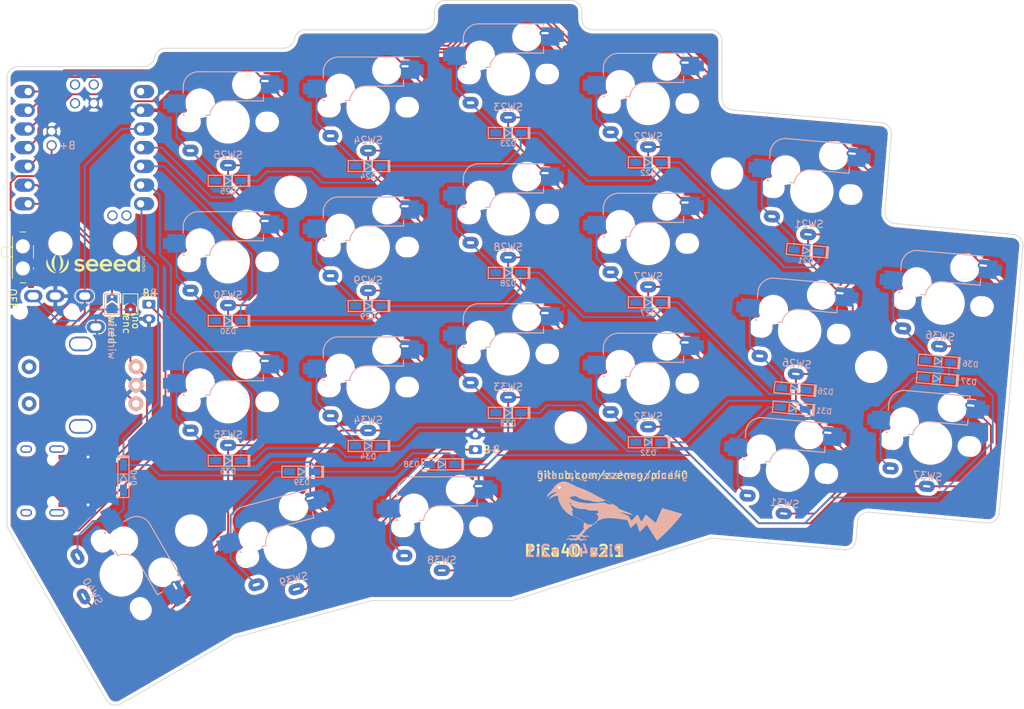
<source format=kicad_pcb>
(kicad_pcb (version 20211014) (generator pcbnew)
  (layers (0 "F.Cu" signal) (31 "B.Cu" signal) (34 "B.Paste" user) (35 "F.Paste" user) (36 "B.SilkS" user "B.Silkscreen") (37 "F.SilkS" user "F.Silkscreen") (38 "B.Mask" user) (39 "F.Mask" user) (44 "Edge.Cuts" user))
  (net 0 "")
  (net 1 "BATT_r")
  (net 2 "GNDA")
  (net 3 "RAW_r")
  (net 4 "row0_r")
  (net 5 "row1_r")
  (net 6 "row2_r")
  (net 7 "row3_r")
  (net 8 "ENCA_r")
  (net 9 "DATA_r")
  (net 10 "ENCB_r")
  (net 12 "Net-(D21-Pad2)")
  (net 13 "col0_r")
  (net 14 "col1_r")
  (net 15 "col2_r")
  (net 16 "col3_r")
  (net 17 "col4_r")
  (net 18 "VDD")
  (net 19 "Net-(D22-Pad2)")
  (net 20 "Net-(D23-Pad2)")
  (net 21 "Net-(D24-Pad2)")
  (net 22 "Net-(D25-Pad2)")
  (net 23 "Net-(D26-Pad2)")
  (net 24 "Net-(D27-Pad2)")
  (net 25 "Net-(D28-Pad2)")
  (net 26 "Net-(D29-Pad2)")
  (net 27 "Net-(D30-Pad2)")
  (net 28 "Net-(D31-Pad2)")
  (net 29 "Net-(D32-Pad2)")
  (net 30 "Net-(D33-Pad2)")
  (net 31 "Net-(D34-Pad2)")
  (net 32 "Net-(D35-Pad2)")
  (net 33 "Net-(D36-Pad2)")
  (net 34 "Net-(D37-Pad2)")
  (net 35 "Net-(D38-Pad2)")
  (net 36 "Net-(D39-Pad2)")
  (net 37 "Net-(D40-Pad2)")
  (net 38 "Net-(JP5-Pad2)")
  (footprint "pica:CherryMX_Hotswap_ChocV2" (layer "F.Cu") (at 196.45 73.9 -5)
    (fp_text reference "SW21")
    (fp_text value "SW_PUSH" hide)
  )
  (footprint "pica:CherryMX_Hotswap_ChocV2" (layer "F.Cu") (at 194.8 92.85 -5)
    (fp_text reference "SW26")
    (fp_text value "SW_PUSH" hide)
  )
  (footprint "pica:CherryMX_Hotswap_ChocV2" (layer "F.Cu") (at 212.55 108.1 -5)
    (fp_text reference "SW37")
    (fp_text value "SW_PUSH" hide)
  )
  (footprint "pica:CherryMX_Hotswap_ChocV2" (layer "F.Cu") (at 117.25 102.5)
    (fp_text reference "SW35")
    (fp_text value "SW_PUSH" hide)
  )
  (footprint "pica:CherryMX_Hotswap_ChocV2" (layer "F.Cu") (at 174.25 62)
    (fp_text reference "SW22")
    (fp_text value "SW_PUSH" hide)
  )
  (footprint "pica:CherryMX_Hotswap_ChocV2" (layer "F.Cu") (at 136.25 62.5)
    (fp_text reference "SW24")
    (fp_text value "SW_PUSH" hide)
  )
  (footprint "pica:CherryMX_Hotswap_ChocV2" (layer "F.Cu") (at 174.25 81)
    (fp_text reference "SW27")
    (fp_text value "SW_PUSH" hide)
  )
  (footprint "pica:JST_PH_S2B-PH-K_1x02_P2.00mm" (layer "F.Cu") (at 150.8 109 90)
    (fp_text reference "BATTCONN4" hide)
    (fp_text value "Conn_01x02_Female" hide)
  )
  (footprint "pica:CherryMX_Hotswap_ChocV2" (layer "F.Cu") (at 117.25 64.5)
    (fp_text reference "SW25")
    (fp_text value "SW_PUSH" hide)
  )
  (footprint "pica:xiao-ble-tht" (layer "F.Cu") (at 97.75 68)
    (fp_text reference "U2" hide)
    (fp_text value "xiao-ble" hide)
  )
  (footprint "Button_Switch_SMD:SW_SPDT_PCM12" (layer "F.Cu") (at 89.725 82.9 -90)
    (fp_text reference "BATTSW2" hide)
    (fp_text value "SW_SPDT" hide)
  )
  (footprint "pica:seeed-logo" (layer "F.Cu") (at 99.25 83.75)
    (fp_text reference "G***" hide)
    (fp_text value "LOGO" hide)
  )
  (footprint "Jumper:SolderJumper-2_P1.3mm_Open_TrianglePad1.0x1.5mm" (layer "F.Cu") (at 104 89.25 90)
    (fp_text reference "JP4" hide)
    (fp_text value "SolderJumper_2_Open" hide)
  )
  (footprint "pica:CherryMX_Hotswap_ChocV2" (layer "F.Cu") (at 146.25 119.5)
    (fp_text reference "SW38")
    (fp_text value "SW_PUSH" hide)
  )
  (footprint "pica:RotaryEncoder_EC11" (layer "F.Cu") (at 97.25 100.25 180)
    (fp_text reference "RE2")
    (fp_text value "RotaryEncoder_Switch" hide)
  )
  (footprint "pica:CherryMX_Hotswap_ChocV2" (layer "F.Cu") (at 155.25 96)
    (fp_text reference "SW33")
    (fp_text value "SW_PUSH" hide)
  )
  (footprint "pica:CherryMX_Hotswap_ChocV2" (layer "F.Cu") (at 136.25 100.5)
    (fp_text reference "SW34")
    (fp_text value "SW_PUSH" hide)
  )
  (footprint "pica:JST_PH_S2B-PH-K_1x02_P2.00mm" (layer "F.Cu") (at 106.5 89.25 -90)
    (fp_text reference "BATTCONN3" hide)
    (fp_text value "Conn_01x02_Female" hide)
  )
  (footprint "pica:HRO-TYPE-C-31-M-12-data" (layer "F.Cu") (at 87.25 113.25 -90)
    (fp_text reference "USB2" hide)
    (fp_text value "HRO-TYPE-C-31-M-12" hide)
  )
  (footprint "pica:CherryMX_Hotswap_ChocV2" (layer "F.Cu") (at 155.25 58)
    (fp_text reference "SW23")
    (fp_text value "SW_PUSH" hide)
  )
  (footprint "pica:MJ-4PP-9_1side" (layer "F.Cu") (at 87.5 90.25 90)
    (fp_text reference "J2")
    (fp_text value "MJ-4PP-9" hide)
  )
  (footprint "pica:logo" (layer "F.Cu") (at 168.5 117.345174)
    (fp_text reference "G***" hide)
    (fp_text value "LOGO" hide)
  )
  (footprint "pica:CherryMX_Hotswap_ChocV2" (layer "F.Cu") (at 125 122.25 15)
    (fp_text reference "SW39")
    (fp_text value "SW_PUSH" hide)
  )
  (footprint "pica:CherryMX_Hotswap_ChocV2" (layer "F.Cu") (at 136.25 81.5)
    (fp_text reference "SW29")
    (fp_text value "SW_PUSH" hide)
  )
  (footprint "pica:CherryMX_Hotswap_ChocV2" (layer "F.Cu") (at 117.25 83.5)
    (fp_text reference "SW30")
    (fp_text value "SW_PUSH" hide)
  )
  (footprint "Jumper:SolderJumper-2_P1.3mm_Open_TrianglePad1.0x1.5mm" (layer "F.Cu") (at 101.5 89.25 90)
    (fp_text reference "JP6" hide)
    (fp_text value "SolderJumper_2_Open" hide)
  )
  (footprint "pica:CherryMX_Hotswap_ChocV2" (layer "F.Cu") (at 174.25 100)
    (fp_text reference "SW32")
    (fp_text value "SW_PUSH" hide)
  )
  (footprint "pica:CherryMX_Hotswap_ChocV2" (layer "F.Cu") (at 214.25 89.1 -5)
    (fp_text reference "SW36")
    (fp_text value "SW_PUSH" hide)
  )
  (footprint "pica:CherryMX_Hotswap_ChocV2_1.5" (layer "F.Cu") (at 102.75 126 -60)
    (fp_text reference "SW40")
    (fp_text value "SW_PUSH" hide)
  )
  (footprint "pica:CherryMX_Hotswap_ChocV2" (layer "F.Cu") (at 193.15 111.8 -5)
    (fp_text reference "SW31")
    (fp_text value "SW_PUSH" hide)
  )
  (footprint "pica:CherryMX_Hotswap_ChocV2" (layer "F.Cu") (at 155.25 77)
    (fp_text reference "SW28")
    (fp_text value "SW_PUSH" hide)
  )
  (footprint "pica:D3_SMD" (layer "B.Cu") (at 117.25 91.5 180)
    (fp_text reference "D30")
    (fp_text value "D_Small" hide)
  )
  (footprint "pica:D3_SMD" (layer "B.Cu") (at 146.25 111 180)
    (fp_text reference "D38")
    (fp_text value "D_Small" hide)
  )
  (footprint "pica:spacer_m2_3.4" (layer "B.Cu") (at 112.25 120 180)
    (fp_text reference "H9" hide)
    (fp_text value "MountingHole" hide)
  )
  (footprint "pica:D3_SMD" (layer "B.Cu") (at 155.25 104 180)
    (fp_text reference "D33")
    (fp_text value "D_Small" hide)
  )
  (footprint "pica:D3_SMD" (layer "B.Cu") (at 213.595243 97 175)
    (fp_text reference "D36")
    (fp_text value "D_Small" hide)
  )
  (footprint "pica:D3_SMD" (layer "B.Cu") (at 174.25 108 180)
    (fp_text reference "D32")
    (fp_text value "D_Small" hide)
  )
  (footprint "pica:D3_SMD" (layer "B.Cu") (at 155.25 66 180)
    (fp_text reference "D23")
    (fp_text value "D_Small" hide)
  )
  (footprint "pica:D3_SMD" (layer "B.Cu") (at 136.25 108.5 180)
    (fp_text reference "D34")
    (fp_text value "D_Small" hide)
  )
  (footprint "pica:D3_SMD" (layer "B.Cu") (at 193.85 103.390487 175)
    (fp_text reference "D31")
    (fp_text value "D_Small" hide)
  )
  (footprint "pica:D3_SMD" (layer "B.Cu") (at 136.25 89.5 180)
    (fp_text reference "D29")
    (fp_text value "D_Small" hide)
  )
  (footprint "pica:D3_SMD" (layer "B.Cu") (at 194.067891 100.75 175)
    (fp_text reference "D26")
    (fp_text value "D_Small" hide)
  )
  (footprint "pica:D3_SMD" (layer "B.Cu") (at 213.377354 99.381399 175)
    (fp_text reference "D37")
    (fp_text value "D_Small" hide)
  )
  (footprint "pica:D3_SMD" (layer "B.Cu") (at 117.25 72.5 180)
    (fp_text reference "D25")
    (fp_text value "D_Small" hide)
  )
  (footprint "pica:D3_SMD" (layer "B.Cu") (at 174.25 70 180)
    (fp_text reference "D22")
    (fp_text value "D_Small" hide)
  )
  (footprint "pica:D3_SMD" (layer "B.Cu") (at 155.25 85 180)
    (fp_text reference "D28")
    (fp_text value "D_Small" hide)
  )
  (footprint "pica:D3_SMD" (layer "B.Cu") (at 195.72385 81.972301 175)
    (fp_text reference "D21")
    (fp_text value "D_Small" hide)
  )
  (footprint "pica:spacer_m2_3.4" (layer "B.Cu") (at 184.95 71.5 175)
    (fp_text reference "H8" hide)
    (fp_text value "MountingHole" hide)
  )
  (footprint "pica:D3_SMD" (layer "B.Cu") (at 136.25 70.5 180)
    (fp_text reference "D24")
    (fp_text value "D_Small" hide)
  )
  (footprint "pica:spacer_m2_3.4" (layer "B.Cu") (at 125.75 74 -165)
    (fp_text reference "H12" hide)
    (fp_text value "MountingHole" hide)
  )
  (footprint "kbd:thread_m2" (layer "B.Cu") (at 94.5 81 180)
    (fp_text reference "H14" hide)
    (fp_text value "MountingHole" hide)
  )
  (footprint "kbd:thread_m2" (layer "B.Cu") (at 103.25 81 180)
    (fp_text reference "H13" hide)
    (fp_text value "MountingHole" hide)
  )
  (footprint "pica:D3_SMD" (layer "B.Cu") (at 127.25 112 180)
    (fp_text reference "D39")
    (fp_text value "D_Small" hide)
  )
  (footprint "pica:logo_mirror" (layer "B.Cu") (at 168.5 117.345174 180)
    (fp_text reference "G***" hide)
    (fp_text value "LOGO" hide)
  )
  (footprint "Jumper:SolderJumper-2_P1.3mm_Open_TrianglePad1.0x1.5mm" (layer "B.Cu") (at 101.5 89.25 90)
    (fp_text reference "JP5" hide)
    (fp_text value "SolderJumper_2_Open" hide)
  )
  (footprint "pica:D3_SMD" (layer "B.Cu") (at 103.05 112.8 -90)
    (fp_text reference "D40")
    (fp_text value "D_Small" hide)
  )
  (footprint "pica:D3_SMD" (layer "B.Cu") (at 174.25 89 180)
    (fp_text reference "D27")
    (fp_text value "D_Small" hide)
  )
  (footprint "pica:spacer_m2_3.4" (layer "B.Cu") (at 204.5 97.75 175)
    (fp_text reference "H10" hide)
    (fp_text value "MountingHole" hide)
  )
  (footprint "pica:D3_SMD" (layer "B.Cu") (at 117.25 110.5 180)
    (fp_text reference "D35")
    (fp_text value "D_Small" hide)
  )
  (footprint "pica:spacer_m2_3.4" (layer "B.Cu") (at 163.75 106 180)
    (fp_text reference "H11" hide)
    (fp_text value "MountingHole" hide)
  )
  (gr_line (start 202.45 121.3) (end 202.624974 118.863557) (layer "Edge.Cuts") (width 0.1))
  (gr_arc (start 223.731667 79.774974) (mid 224.749993 80.305093) (end 225.095225 81.4) (layer "Edge.Cuts") (width 0.1))
  (gr_line (start 108.75 54.5) (end 124.75 54.5) (layer "Edge.Cuts") (width 0.1))
  (gr_arc (start 221.875022 117.581632) (mid 221.344898 118.599946) (end 220.25 118.945189) (layer "Edge.Cuts") (width 0.1))
  (gr_arc (start 145.25 49.5) (mid 145.68934 48.43934) (end 146.75 48) (layer "Edge.Cuts") (width 0.1))
  (gr_arc (start 202.45 121.3) (mid 201.992637 122.211302) (end 201.05 122.6) (layer "Edge.Cuts") (width 0.1))
  (gr_line (start 136.75 129.5) (end 155.75 129.5) (layer "Edge.Cuts") (width 0.1))
  (gr_arc (start 102.75 143.5) (mid 101.611771 143.649854) (end 100.700962 142.950962) (layer "Edge.Cuts") (width 0.1))
  (gr_line (start 166.75 52) (end 182.75 52) (layer "Edge.Cuts") (width 0.1))
  (gr_line (start 118.25 134.5) (end 102.75 143.5) (layer "Edge.Cuts") (width 0.1))
  (gr_line (start 165.25 50.5) (end 165.25 49.5) (layer "Edge.Cuts") (width 0.1))
  (gr_line (start 221.875022 117.581632) (end 225.095225 81.4) (layer "Edge.Cuts") (width 0.1))
  (gr_line (start 223.731667 79.774974) (end 207.743146 78.299377) (layer "Edge.Cuts") (width 0.1))
  (gr_line (start 204.25 117.5) (end 220.25 118.945189) (layer "Edge.Cuts") (width 0.1))
  (gr_arc (start 126.25 53.25) (mid 126.773719 52.353463) (end 127.75 52) (layer "Edge.Cuts") (width 0.1))
  (gr_arc (start 185.824203 62.900232) (mid 184.706634 62.390358) (end 184.25 61.25) (layer "Edge.Cuts") (width 0.1))
  (gr_arc (start 207.743146 78.299377) (mid 206.724801 77.769277) (end 206.379588 76.674352) (layer "Edge.Cuts") (width 0.1))
  (gr_arc (start 87.25 58.5) (mid 87.68934 57.43934) (end 88.75 57) (layer "Edge.Cuts") (width 0.1))
  (gr_arc (start 163.75 48) (mid 164.81066 48.43934) (end 165.25 49.5) (layer "Edge.Cuts") (width 0.1))
  (gr_line (start 87.25 58.5) (end 87.25 119.5) (layer "Edge.Cuts") (width 0.1))
  (gr_arc (start 166.75 52) (mid 165.68934 51.56066) (end 165.25 50.5) (layer "Edge.Cuts") (width 0.1))
  (gr_arc (start 202.624974 118.863557) (mid 203.155081 117.84522) (end 204.25 117.5) (layer "Edge.Cuts") (width 0.1))
  (gr_line (start 105.75 57) (end 88.75 57) (layer "Edge.Cuts") (width 0.1))
  (gr_line (start 163.75 48) (end 146.75 48) (layer "Edge.Cuts") (width 0.1))
  (gr_line (start 118.25 134.5) (end 136.75 129.5) (layer "Edge.Cuts") (width 0.1))
  (gr_line (start 206.379588 76.674352) (end 207.25 66.224794) (layer "Edge.Cuts") (width 0.1))
  (gr_line (start 184.25 61.25) (end 184.25 53.5) (layer "Edge.Cuts") (width 0.1))
  (gr_line (start 155.75 129.5) (end 182.75 121) (layer "Edge.Cuts") (width 0.1))
  (gr_line (start 205.886442 64.599769) (end 185.824203 62.900232) (layer "Edge.Cuts") (width 0.1))
  (gr_arc (start 182.75 52) (mid 183.81066 52.43934) (end 184.25 53.5) (layer "Edge.Cuts") (width 0.1))
  (gr_line (start 145.25 49.5) (end 145.25 50.5) (layer "Edge.Cuts") (width 0.1))
  (gr_line (start 127.75 52) (end 143.75 52) (layer "Edge.Cuts") (width 0.1))
  (gr_arc (start 107.25 55.75) (mid 107.773719 54.853463) (end 108.75 54.5) (layer "Edge.Cuts") (width 0.1))
  (gr_arc (start 107.25 55.75) (mid 106.726281 56.646537) (end 105.75 57) (layer "Edge.Cuts") (width 0.1))
  (gr_line (start 87.25 119.5) (end 100.700962 142.950962) (layer "Edge.Cuts") (width 0.1))
  (gr_arc (start 126.25 53.25) (mid 125.726281 54.146537) (end 124.75 54.5) (layer "Edge.Cuts") (width 0.1))
  (gr_arc (start 205.886442 64.599769) (mid 206.904729 65.129918) (end 207.25 66.224794) (layer "Edge.Cuts") (width 0.1))
  (gr_arc (start 145.25 50.5) (mid 144.81066 51.56066) (end 143.75 52) (layer "Edge.Cuts") (width 0.1))
  (gr_line (start 182.75 121) (end 201.05 122.6) (layer "Edge.Cuts") (width 0.1))
  (gr_text "B+" (at 106.5 87.75) (layer "B.SilkS") (effects (font (size 1 1)) (justify mirror)))
  (gr_text "wireless" (at 101.5 93.75 270) (layer "B.SilkS") (effects (font (size 1 1)) (justify mirror)))
  (gr_text "Pica40 v2.1" (at 164.25 122.75) (layer "B.SilkS") (effects (font (size 1.5 1.5) (thickness 0.3)) (justify mirror)))
  (gr_text "github.com/zzeneg/pica40" (at 169.383844 112.45) (layer "B.SilkS") (effects (font (size 1 1)) (justify mirror)))
  (gr_text "B+" (at 153 109) (layer "B.SilkS") (effects (font (size 1 1)) (justify mirror)))
  (gr_text "B+" (at 106.75 87.75) (layer "F.SilkS") (effects (font (size 1 1))))
  (gr_text "no" (at 104.75 91.75 270) (layer "F.SilkS") (effects (font (size 1 1))))
  (gr_text "wired" (at 101.5 92.75 -90) (layer "F.SilkS") (effects (font (size 1 1))))
  (gr_text "Pica40 v2.1" (at 164.25 122.75) (layer "F.SilkS") (effects (font (size 1.5 1.5) (thickness 0.3))))
  (gr_text "OFF" (at 88 88.5 270) (layer "F.SilkS") (effects (font (size 1 1))))
  (gr_text "enc" (at 103.5 92 270) (layer "F.SilkS") (effects (font (size 1 1))))
  (gr_text "B+" (at 153 109) (layer "F.SilkS") (effects (font (size 1 1))))
  (gr_text "github.com/zzeneg/pica40" (at 169.383844 112.45) (layer "F.SilkS") (effects (font (size 1 1))))
  (segment (start 93.5 120) (end 97 120) (width 0.25) (layer "F.Cu") (net 1))
  (segment (start 95.75 89) (end 91.75 93) (width 0.25) (layer "F.Cu") (net 1))
  (segment (start 91.75 118.25) (end 93.5 120) (width 0.25) (layer "F.Cu") (net 1))
  (segment (start 93.15 83.65) (end 95.75 86.25) (width 0.25) (layer "F.Cu") (net 1))
  (segment (start 95.75 86.25) (end 95.75 89) (width 0.25) (layer "F.Cu") (net 1))
  (segment (start 127.5 129.5) (end 139.25 117.75) (width 0.25) (layer "F.Cu") (net 1))
  (segment (start 108 133.75) (end 112.25 129.5) (width 0.25) (layer "F.Cu") (net 1))
  (segment (start 91.75 93) (end 91.75 118.25) (width 0.25) (layer "F.Cu") (net 1))
  (segment (start 139.25 117.75) (end 139.25 116) (width 0.25) (layer "F.Cu") (net 1))
  (segment (start 112.25 129.5) (end 127.5 129.5) (width 0.25) (layer "F.Cu") (net 1))
  (segment (start 95.25 128.5) (end 100.5 133.75) (width 0.25) (layer "F.Cu") (net 1))
  (segment (start 91.155 83.65) (end 93.15 83.65) (width 0.25) (layer "F.Cu") (net 1))
  (segment (start 108.75 91.5) (end 106.5 89.25) (width 0.25) (layer "F.Cu") (net 1))
  (segment (start 95.25 120) (end 95.25 128.5) (width 0.25) (layer "F.Cu") (net 1))
  (segment (start 108.75 108.25) (end 108.75 91.5) (width 0.25) (layer "F.Cu") (net 1))
  (segment (start 139.25 116) (end 146.25 109) (width 0.25) (layer "F.Cu") (net 1))
  (segment (start 97 120) (end 108.75 108.25) (width 0.25) (layer "F.Cu") (net 1))
  (segment (start 146.25 109) (end 150.8 109) (width 0.25) (layer "F.Cu") (net 1))
  (segment (start 100.5 133.75) (end 108 133.75) (width 0.25) (layer "F.Cu") (net 1))
  (segment (start 97.975 116.475) (end 95.445 116.475) (width 0.25) (layer "F.Cu") (net 2))
  (segment (start 97.975 110.025) (end 95.445 110.025) (width 0.25) (layer "F.Cu") (net 2))
  (via (at 162.2 114.145174) (size 0.8) (drill 0.4) (layers "F.Cu" "B.Cu") (net 2))
  (via (at 98.25 116.5) (size 0.8) (drill 0.4) (layers "F.Cu" "B.Cu") (net 2))
  (via (at 98.25 110) (size 0.8) (drill 0.4) (layers "F.Cu" "B.Cu") (net 2))
  (segment (start 87.75 72.75) (end 88.645 71.855) (width 0.25) (layer "F.Cu") (net 3))
  (segment (start 89.5 78.245) (end 87.75 76.495) (width 0.25) (layer "F.Cu") (net 3))
  (segment (start 88.645 71.855) (end 91.145 71.855) (width 0.25) (layer "F.Cu") (net 3))
  (segment (start 87.75 76.495) (end 87.75 72.75) (width 0.25) (layer "F.Cu") (net 3))
  (segment (start 89.5 79.75) (end 89.5 78.245) (width 0.25) (layer "F.Cu") (net 3))
  (segment (start 91.145 71.855) (end 93.305 69.695) (width 0.25) (layer "F.Cu") (net 3))
  (segment (start 91.155 80.65) (end 90.4 80.65) (width 0.25) (layer "F.Cu") (net 3))
  (segment (start 90.4 80.65) (end 89.5 79.75) (width 0.25) (layer "F.Cu") (net 3))
  (segment (start 93.305 69.695) (end 93.305 67.683) (width 0.25) (layer "F.Cu") (net 3))
  (segment (start 117.5 74.75) (end 118.95 73.3) (width 0.25) (layer "B.Cu") (net 4))
  (segment (start 175.95 70) (end 178.5 70) (width 0.25) (layer "B.Cu") (net 4))
  (segment (start 130 72.75) (end 137 72.75) (width 0.25) (layer "B.Cu") (net 4))
  (segment (start 128.5 71.25) (end 130 72.75) (width 0.25) (layer "B.Cu") (net 4))
  (segment (start 115 74.75) (end 117.5 74.75) (width 0.25) (layer "B.Cu") (net 4))
  (segment (start 118.95 72.5) (end 121.25 72.5) (width 0.25) (layer "B.Cu") (net 4))
  (segment (start 154.5 70.5) (end 156.95 68.05) (width 0.25) (layer "B.Cu") (net 4))
  (segment (start 196.5 84.25) (end 197.417381 83.332619) (width 0.25) (layer "B.Cu") (net 4))
  (segment (start 166 72.5) (end 174.5 72.5) (width 0.25) (layer "B.Cu") (net 4))
  (segment (start 137.95 70.5) (end 154.5 70.5) (width 0.25) (layer "B.Cu") (net 4))
  (segment (start 156.95 66) (end 159.5 66) (width 0.25) (layer "B.Cu") (net 4))
  (segment (start 137 72.75) (end 137.95 71.8) (width 0.25) (layer "B.Cu") (net 4))
  (segment (start 178.5 70) (end 192.75 84.25) (width 0.25) (layer "B.Cu") (net 4))
  (segment (start 175.95 71.05) (end 175.95 70) (width 0.25) (layer "B.Cu") (net 4))
  (segment (start 159.5 66) (end 166 72.5) (width 0.25) (layer "B.Cu") (net 4))
  (segment (start 156.95 68.05) (end 156.95 66) (width 0.25) (layer "B.Cu") (net 4))
  (segment (start 108.25 68) (end 115 74.75) (width 0.25) (layer "B.Cu") (net 4))
  (segment (start 122.5 71.25) (end 128.5 71.25) (width 0.25) (layer "B.Cu") (net 4))
  (segment (start 137.95 71.8) (end 137.95 70.5) (width 0.25) (layer "B.Cu") (net 4))
  (segment (start 105.37 68) (end 108.25 68) (width 0.25) (layer "B.Cu") (net 4))
  (segment (start 174.5 72.5) (end 175.95 71.05) (width 0.25) (layer "B.Cu") (net 4))
  (segment (start 192.75 84.25) (end 196.5 84.25) (width 0.25) (layer "B.Cu") (net 4))
  (segment (start 121.25 72.5) (end 122.5 71.25) (width 0.25) (layer "B.Cu") (net 4))
  (segment (start 197.417381 83.332619) (end 197.417381 82.120466) (width 0.25) (layer "B.Cu") (net 4))
  (segment (start 118.95 73.3) (end 118.95 72.5) (width 0.25) (layer "B.Cu") (net 4))
  (segment (start 178.25 89) (end 190.715394 101.465394) (width 0.25) (layer "B.Cu") (net 5))
  (segment (start 194.784606 101.465394) (end 195.351835 100.898165) (width 0.25) (layer "B.Cu") (net 5))
  (segment (start 137.95 90.05) (end 136.5 91.5) (width 0.25) (layer "B.Cu") (net 5))
  (segment (start 119.825 88.575) (end 118.95 89.45) (width 0.25) (layer "B.Cu") (net 5))
  (segment (start 108.54 70.54) (end 120.5 82.5) (width 0.25) (layer "B.Cu") (net 5))
  (segment (start 159.5 85) (end 165.5 91) (width 0.25) (layer "B.Cu") (net 5))
  (segment (start 175 91) (end 175.95 90.05) (width 0.25) (layer "B.Cu") (net 5))
  (segment (start 190.715394 101.465394) (end 194.784606 101.465394) (width 0.25) (layer "B.Cu") (net 5))
  (segment (start 175.95 89) (end 178.25 89) (width 0.25) (layer "B.Cu") (net 5))
  (segment (start 120.5 82.5) (end 120.5 88) (width 0.25) (layer "B.Cu") (net 5))
  (segment (start 154.5 89.5) (end 137.95 89.5) (width 0.25) (layer "B.Cu") (net 5))
  (segment (start 120.5 88) (end 119.925 88.575) (width 0.25) (layer "B.Cu") (net 5))
  (segment (start 137.95 89.5) (end 137.95 90.05) (width 0.25) (layer "B.Cu") (net 5))
  (segment (start 105.37 70.54) (end 108.54 70.54) (width 0.25) (layer "B.Cu") (net 5))
  (segment (start 119.925 88.575) (end 119.825 88.575) (width 0.25) (layer "B.Cu") (net 5))
  (segment (start 195.351835 100.898165) (end 195.761422 100.898165) (width 0.25) (layer "B.Cu") (net 5))
  (segment (start 156.95 87.05) (end 154.5 89.5) (width 0.25) (layer "B.Cu") (net 5))
  (segment (start 136.5 91.5) (end 118.95 91.5) (width 0.25) (layer "B.Cu") (net 5))
  (segment (start 165.5 91) (end 175 91) (width 0.25) (layer "B.Cu") (net 5))
  (segment (start 156.95 85) (end 156.95 87.05) (width 0.25) (layer "B.Cu") (net 5))
  (segment (start 175.95 90.05) (end 175.95 89) (width 0.25) (layer "B.Cu") (net 5))
  (segment (start 118.95 89.45) (end 118.95 91.5) (width 0.25) (layer "B.Cu") (net 5))
  (segment (start 156.95 85) (end 159.5 85) (width 0.25) (layer "B.Cu") (net 5))
  (segment (start 156.95 104) (end 159.5 104) (width 0.25) (layer "B.Cu") (net 6))
  (segment (start 140.5 108.5) (end 143 106) (width 0.25) (layer "B.Cu") (net 6))
  (segment (start 109.5 90.5) (end 120.5 101.5) (width 0.25) (layer "B.Cu") (net 6))
  (segment (start 132.05 108.8) (end 133.25 110) (width 0.25) (layer "B.Cu") (net 6))
  (segment (start 185.134606 102.365394) (end 194.370273 102.365394) (width 0.25) (layer "B.Cu") (net 6))
  (segment (start 194.370273 102.365394) (end 195.543531 103.538652) (width 0.25) (layer "B.Cu") (net 6))
  (segment (start 171.5 109.25) (end 175.25 109.25) (width 0.25) (layer "B.Cu") (net 6))
  (segment (start 175.25 109.25) (end 175.95 108.55) (width 0.25) (layer "B.Cu") (net 6))
  (segment (start 156.95 105.05) (end 156.95 104) (width 0.25) (layer "B.Cu") (net 6))
  (segment (start 109.5 84.02981) (end 109.5 90.5) (width 0.25) (layer "B.Cu") (net 6))
  (segment (start 143 106) (end 156 106) (width 0.25) (layer "B.Cu") (net 6))
  (segment (start 156 106) (end 156.95 105.05) (width 0.25) (layer "B.Cu") (net 6))
  (segment (start 159.5 104) (end 160.5 103) (width 0.25) (layer "B.Cu") (net 6))
  (segment (start 120.5 101.75) (end 120.5 102.75) (width 0.25) (layer "B.Cu") (net 6))
  (segment (start 108 74.5) (end 108 82.52981) (width 0.25) (layer "B.Cu") (net 6))
  (segment (start 175.95 108) (end 179.5 108) (width 0.25) (layer "B.Cu") (net 6))
  (segment (start 120.5 101.75) (end 120.5 101.5) (width 0.25) (layer "B.Cu") (net 6))
  (segment (start 165.25 103) (end 171.5 109.25) (width 0.25) (layer "B.Cu") (net 6))
  (segment (start 105.37 73.08) (end 106.58 73.08) (width 0.25) (layer "B.Cu") (net 6))
  (segment (start 133.25 110) (end 136.45 110) (width 0.25) (layer "B.Cu") (net 6))
  (segment (start 122.45 108.8) (end 132.05 108.8) (width 0.25) (layer "B.Cu") (net 6))
  (segment (start 118.95 110.5) (end 120.75 110.5) (width 0.25) (layer "B.Cu") (net 6))
  (segment (start 175.95 108.55) (end 175.95 108) (width 0.25) (layer "B.Cu") (net 6))
  (segment (start 137.95 108.5) (end 140.5 108.5) (width 0.25) (layer "B.Cu") (net 6))
  (segment (start 136.45 110) (end 137.95 108.5) (width 0.25) (layer "B.Cu") (net 6))
  (segment (start 120.75 110.5) (end 122.45 108.8) (width 0.25) (layer "B.Cu") (net 6))
  (segment (start 120.5 102.75) (end 120.5 107.5) (width 0.25) (layer "B.Cu") (net 6))
  (segment (start 160.5 103) (end 165.25 103) (width 0.25) (layer "B.Cu") (net 6))
  (segment (start 106.58 73.08) (end 108 74.5) (width 0.25) (layer "B.Cu") (net 6))
  (segment (start 120.5 101.5) (end 120.5 102.75) (width 0.25) (layer "B.Cu") (net 6))
  (segment (start 120.5 107.5) (end 118.95 109.05) (width 0.25) (layer "B.Cu") (net 6))
  (segment (start 118.95 109.05) (end 118.95 110.5) (width 0.25) (layer "B.Cu") (net 6))
  (segment (start 108 82.52981) (end 109.5 84.02981) (width 0.25) (layer "B.Cu") (net 6))
  (segment (start 179.5 108) (end 185.134606 102.365394) (width 0.25) (layer "B.Cu") (net 6))
  (segment (start 215.070885 98.179115) (end 215.070885 97.256967) (width 0.25) (layer "B.Cu") (net 7))
  (segment (start 148 110.95) (end 148 110.25) (width 0.25) (layer "B.Cu") (net 7))
  (segment (start 103.05 107.45) (end 107.75 102.75) (width 0.25) (layer "B.Cu") (net 7))
  (segment (start 103.05 111.1) (end 103.05 107.45) (width 0.25) (layer "B.Cu") (net 7))
  (segment (start 107.75 102.75) (end 107.75 84) (width 0.25) (layer "B.Cu") (net 7))
  (segment (start 195.5 119) (end 199 115.5) (width 0.25) (layer "B.Cu") (net 7))
  (segment (start 152.5 111) (end 153.75 109.75) (width 0.25) (layer "B.Cu") (net 7))
  (segment (start 147.95 111) (end 148 110.95) (width 0.25) (layer "B.Cu") (net 7))
  (segment (start 199 115.5) (end 213.5 115.5) (width 0.25) (layer "B.Cu") (net 7))
  (segment (start 180 109.75) (end 189.25 119) (width 0.25) (layer "B.Cu") (net 7))
  (segment (start 221 108) (end 221 101.75) (width 0.25) (layer "B.Cu") (net 7))
  (segment (start 105.5 75.75) (end 105.37 75.62) (width 0.25) (layer "B.Cu") (net 7))
  (segment (start 103.05 111.1) (end 106.6 111.1) (width 0.25) (layer "B.Cu") (net 7))
  (segment (start 108 112.5) (end 121.5 112.5) (width 0.25) (layer "B.Cu") (net 7))
  (segment (start 123.3 110.7) (end 128.45 110.7) (width 0.25) (layer "B.Cu") (net 7))
  (segment (start 147.95 111) (end 152.5 111) (width 0.25) (layer "B.Cu") (net 7))
  (segment (start 218.75 99.5) (end 218.720436 99.529564) (width 0.25) (layer "B.Cu") (net 7))
  (segment (start 128.95 111.2) (end 128.95 112) (width 0.25) (layer "B.Cu") (net 7))
  (segment (start 218.720436 99.529564) (end 215.070885 99.529564) (width 0.25) (layer "B.Cu") (net 7))
  (segment (start 221 101.75) (end 218.75 99.5) (width 0.25) (layer "B.Cu") (net 7))
  (segment (start 142.25 109.5) (end 139.75 112) (width 0.25) (layer "B.Cu") (net 7))
  (segment (start 106.6 111.1) (end 108 112.5) (width 0.25) (layer "B.Cu") (net 7))
  (segment (start 153.75 109.75) (end 180 109.75) (width 0.25) (layer "B.Cu") (net 7))
  (segment (start 215.070885 99.529564) (end 215.070885 98.179115) (width 0.25) (layer "B.Cu") (net 7))
  (segment (start 139.75 112) (end 128.95 112) (width 0.25) (layer "B.Cu") (net 7))
  (segment (start 189.25 119) (end 195.5 119) (width 0.25) (layer "B.Cu") (net 7))
  (segment (start 121.5 112.5) (end 123.3 110.7) (width 0.25) (layer "B.Cu") (net 7))
  (segment (start 148 110.25) (end 147.25 109.5) (width 0.25) (layer "B.Cu") (net 7))
  (segment (start 215.070885 97.256967) (end 215.288774 97.039078) (width 0.25) (layer "B.Cu") (net 7))
  (segment (start 105.5 81.75) (end 105.5 75.75) (width 0.25) (layer "B.Cu") (net 7))
  (segment (start 147.25 109.5) (end 142.25 109.5) (width 0.25) (layer "B.Cu") (net 7))
  (segment (start 213.5 115.5) (end 221 108) (width 0.25) (layer "B.Cu") (net 7))
  (segment (start 107.75 84) (end 105.5 81.75) (width 0.25) (layer "B.Cu") (net 7))
  (segment (start 128.45 110.7) (end 128.95 111.2) (width 0.25) (layer "B.Cu") (net 7))
  (segment (start 102.75 100.75) (end 104.75 102.75) (width 0.25) (layer "F.Cu") (net 8))
  (segment (start 104 85.75) (end 104 88.525) (width 0.25) (layer "F.Cu") (net 8))
  (segment (start 90.13 73.08) (end 91.33 73.08) (width 0.25) (layer "F.Cu") (net 8))
  (segment (start 102.75 89.25) (end 102.75 100.75) (width 0.25) (layer "F.Cu") (net 8))
  (segment (start 103.475 88.525) (end 102.75 89.25) (width 0.25) (layer "F.Cu") (net 8))
  (segment (start 104 88.525) (end 103.475 88.525) (width 0.25) (layer "F.Cu") (net 8))
  (segment (start 91.33 73.08) (end 104 85.75) (width 0.25) (layer "F.Cu") (net 8))
  (segment (start 97.25 113) (end 97.75 113.5) (width 0.25) (layer "F.Cu") (net 9))
  (segment (start 99.5 92.55) (end 99.3 92.35) (width 0.25) (layer "F.Cu") (net 9))
  (segment (start 97.25 114) (end 99.5 111.75) (width 0.25) (layer "F.Cu") (net 9))
  (segment (start 95.445 113) (end 97.25 113) (width 0.25) (layer "F.Cu") (net 9))
  (segment (start 99.3 92.35) (end 99.3 91.2) (width 0.25) (layer "F.Cu") (net 9))
  (segment (start 99.3 91.2) (end 100.525 89.975) (width 0.25) (layer "F.Cu") (net 9))
  (segment (start 99.5 111.75) (end 99.5 92.55) (width 0.25) (layer "F.Cu") (net 9))
  (segment (start 100.525 89.975) (end 101.5 89.975) (width 0.25) (layer "F.Cu") (net 9))
  (segment (start 95.445 114) (end 97.25 114) (width 0.25) (layer "F.Cu") (net 9))
  (segment (start 94 112.5) (end 93.5 113) (width 0.25) (layer "F.Cu") (net 10))
  (segment (start 95.445 112.5) (end 94 112.5) (width 0.25) (layer "F.Cu") (net 10))
  (segment (start 97.25 114.75) (end 106.25 105.75) (width 0.25) (layer "F.Cu") (net 10))
  (segment (start 106.25 105.75) (end 106.25 99.25) (width 0.25) (layer "F.Cu") (net 10))
  (segment (start 93.5 114.02) (end 94.23 114.75) (width 0.25) (layer "F.Cu") (net 10))
  (segment (start 93.5 113) (end 93.5 113.5) (width 0.25) (layer "F.Cu") (net 10))
  (segment (start 95.445 113.5) (end 93.5 113.5) (width 0.25) (layer "F.Cu") (net 10))
  (segment (start 104 89.975) (end 104 97) (width 0.25) (layer "F.Cu") (net 10))
  (segment (start 93.5 113.5) (end 93.5 114.02) (width 0.25) (layer "F.Cu") (net 10))
  (segment (start 104 97) (end 104.75 97.75) (width 0.25) (layer "F.Cu") (net 10))
  (segment (start 94.23 114.75) (end 97.25 114.75) (width 0.25) (layer "F.Cu") (net 10))
  (segment (start 106.25 99.25) (end 104.75 97.75) (width 0.25) (layer "F.Cu") (net 10))
  (via (at 104 89.975) (size 0.8) (drill 0.4) (layers "F.Cu" "B.Cu") (net 10))
  (segment (start 101.5 89.975) (end 104 89.975) (width 0.25) (layer "B.Cu") (net 10))
  (segment (start 98.525 89.975) (end 97 91.5) (width 0.25) (layer "B.Cu") (net 10))
  (segment (start 94.15 91.5) (end 90.8 88.15) (width 0.25) (layer "B.Cu") (net 10))
  (segment (start 97 91.5) (end 94.15 91.5) (width 0.25) (layer "B.Cu") (net 10))
  (segment (start 101.5 89.975) (end 98.525 89.975) (width 0.25) (layer "B.Cu") (net 10))
  (segment (start 194.030319 81.824136) (end 194.030319 80.341484) (width 0.25) (layer "B.Cu") (net 12))
  (segment (start 189.694526 70.799423) (end 189.694526 76.005691) (width 0.25) (layer "B.Cu") (net 12))
  (segment (start 194.030319 80.341484) (end 191.0295 77.340665) (width 0.25) (layer "B.Cu") (net 12))
  (segment (start 189.694526 76.005691) (end 191.0295 77.340665) (width 0.25) (layer "B.Cu") (net 12))
  (segment (start 201.25 113.25) (end 196.822451 117.677549) (width 0.25) (layer "F.Cu") (net 13))
  (segment (start 201.914688 68.664688) (end 200.25 67) (width 0.25) (layer "F.Cu") (net 13))
  (segment (start 112.789053 55.744999) (end 111.034052 57.5) (width 0.25) (layer "F.Cu") (net 13))
  (segment (start 195.935781 79.777549) (end 195.935781 83.427991) (width 0.25) (layer "F.Cu") (net 13))
  (segment (start 195.935781 83.427991) (end 200.264688 87.756898) (width 0.25) (layer "F.Cu") (net 13))
  (segment (start 202 89.49221) (end 202 94.5) (width 0.25) (layer "F.Cu") (net 13))
  (segment (start 200.264688 87.756898) (end 202 89.49221) (width 0.25) (layer "F.Cu") (net 13))
  (segment (start 201.914688 68.914688) (end 204.5 71.5) (width 0.25) (layer "F.Cu") (net 13))
  (segment (start 182.5 58) (end 179.05 54.55) (width 0.25) (layer "F.Cu") (net 13))
  (segment (start 213.735781 94.977549) (end 217.772451 94.977549) (width 0.25) (layer "F.Cu") (net 13))
  (segment (start 217.95779 82.25) (end 219.714688 84.006898) (width 0.25) (layer "F.Cu") (net 13))
  (segment (start 198.614688 106.706898) (end 198.614688 106.864688) (width 0.25) (layer "F.Cu") (net 13))
  (segment (start 197.772451 98.727549) (end 194.285781 98.727549) (width 0.25) (layer "F.Cu") (net 13))
  (segment (start 194.285781 102.377991) (end 198.614688 106.706898) (width 0.25) (layer "F.Cu") (net 13))
  (segment (start 160.35 50.1) (end 151.15 50.1) (width 0.25) (layer "F.Cu") (net 13))
  (segment (start 202 94.5) (end 197.772451 98.727549) (width 0.25) (layer "F.Cu") (net 13))
  (segment (start 147.1 54.15) (end 135.1 54.15) (width 0.25) (layer "F.Cu") (net 13))
  (segment (start 95 57.5) (end 92.12 60.38) (width 0.25) (layer "F.Cu") (net 13))
  (segment (start 133.505001 55.744999) (end 112.789053 55.744999) (width 0.25) (layer "F.Cu") (net 13))
  (segment (start 199.722451 79.777549) (end 204.5 75) (width 0.25) (layer "F.Cu") (net 13))
  (segment (start 186.625 67) (end 182.5 62.875) (width 0.25) (layer "F.Cu") (net 13))
  (segment (start 222 86.29221) (end 219.714688 84.006898) (width 0.25) (layer "F.Cu") (net 13))
  (segment (start 198.614688 106.864688) (end 201.25 109.5) (width 0.25) (layer "F.Cu") (net 13))
  (segment (start 217.772451 94.977549) (end 222 90.75) (width 0.25) (layer "F.Cu") (net 13))
  (segment (start 195.935781 79.777549) (end 199.722451 79.777549) (width 0.25) (layer "F.Cu") (net 13))
  (segment (start 196.822451 117.677549) (end 192.635781 117.677549) (width 0.25) (layer "F.Cu") (net 13))
  (segment (start 92.12 60.38) (end 90.13 60.38) (width 0.25) (layer "F.Cu") (net 13))
  (segment (start 200.25 67) (end 186.625 67) (width 0.25) (layer "F.Cu") (net 13))
  (segment (start 194.285781 98.727549) (end 194.285781 102.377991) (width 0.25) (layer "F.Cu") (net 13))
  (segment (start 222 90.75) (end 222 86.29221) (width 0.25) (layer "F.Cu") (net 13))
  (segment (start 179.05 54.55) (end 164.8 54.55) (width 0.25) (layer "F.Cu") (net 13))
  (segment (start 201.914688 68.806898) (end 201.914688 68.664688) (width 0.25) (layer "F.Cu") (net 13))
  (segment (start 205.771586 82.25) (end 217.95779 82.25) (width 0.25) (layer "F.Cu") (net 13))
  (segment (start 201.914688 68.806898) (end 201.914688 68.914688) (width 0.25) (layer "F.Cu") (net 13))
  (segment (start 164.8 54.55) (end 160.35 50.1) (width 0.25) (layer "F.Cu") (net 13))
  (segment (start 111.034052 57.5) (end 95 57.5) (width 0.25) (layer "F.Cu") (net 13))
  (segment (start 182.5 62.875) (end 182.5 58) (width 0.25) (layer "F.Cu") (net 13))
  (segment (start 201.25 109.5) (end 201.25 113.25) (width 0.25) (layer "F.Cu") (net 13))
  (segment (start 135.1 54.15) (end 133.505001 55.744999) (width 0.25) (layer "F.Cu") (net 13))
  (segment (start 204.5 75) (end 204.5 71.5) (width 0.25) (layer "F.Cu") (net 13))
  (segment (start 151.15 50.1) (end 147.1 54.15) (width 0.25) (layer "F.Cu") (net 13))
  (segment (start 200.264688 87.756898) (end 205.771586 82.25) (width 0.25) (layer "F.Cu") (net 13))
  (segment (start 90.33 62.92) (end 95.2955 57.9545) (width 0.25) (layer "F.Cu") (net 14))
  (segment (start 174.25 70.45) (end 179.25 75.45) (width 0.25) (layer "F.Cu") (net 14))
  (segment (start 220.75 105.74221) (end 218.014688 103.006898) (width 0.25) (layer "F.Cu") (net 14))
  (segment (start 182 82.25) (end 177.35 86.9) (width 0.25) (layer "F.Cu") (net 14))
  (segment (start 177.830002 55) (end 179.25 56.419998) (width 0.25) (layer "F.Cu") (net 14))
  (segment (start 179.25 75.45) (end 179.25 75.5) (width 0.25) (layer "F.Cu") (net 14))
  (segment (start 189.25 119) (end 196.25 119) (width 0.25) (layer "F.Cu") (net 14))
  (segment (start 181.875 62.875) (end 176.85 67.9) (width 0.25) (layer "F.Cu") (net 14))
  (segment (start 179.25 56.5) (end 181.875 59.125) (width 0.25) (layer "F.Cu") (net 14))
  (segment (start 147.331802 54.6) (end 151.381802 50.55) (width 0.25) (layer "F.Cu") (net 14))
  (segment (start 201.272451 113.977549) (end 212.035781 113.977549) (width 0.25) (layer "F.Cu") (net 14))
  (segment (start 164.5 55) (end 177.830002 55) (width 0.25) (layer "F.Cu") (net 14))
  (segment (start 90.13 62.92) (end 90.33 62.92) (width 0.25) (layer "F.Cu") (net 14))
  (segment (start 179.25 94.45) (end 179.25 94.5) (width 0.25) (layer "F.Cu") (net 14))
  (segment (start 177.35 86.9) (end 174.25 86.9) (width 0.25) (layer "F.Cu") (net 14))
  (segment (start 179.25 56.419998) (end 179.25 56.45) (width 0.25) (layer "F.Cu") (net 14))
  (segment (start 212.035781 113.977549) (end 216.772451 113.977549) (width 0.25) (layer "F.Cu") (net 14))
  (segment (start 181.875 59.125) (end 181.875 62.875) (width 0.25) (layer "F.Cu") (net 14))
  (segment (start 216.772451 113.977549) (end 220.75 110) (width 0.25) (layer "F.Cu") (net 14))
  (segment (start 176.15 105.9) (end 189.25 119) (width 0.25) (layer "F.Cu") (net 14))
  (segment (start 160.05 50.55) (end 164.5 55) (width 0.25) (layer "F.Cu") (net 14))
  (segment (start 151.381802 50.55) (end 160.05 50.55) (width 0.25) (layer "F.Cu") (net 14))
  (segment (start 111.2955 57.9545) (end 113.055001 56.194999) (width 0.25) (layer "F.Cu") (net 14))
  (segment (start 196.25 119) (end 201.272451 113.977549) (width 0.25) (layer "F.Cu") (net 14))
  (segment (start 95.2955 57.9545) (end 111.2955 57.9545) (width 0.25) (layer "F.Cu") (net 14))
  (segment (start 176.1 105.9) (end 174.25 105.9) (width 0.25) (layer "F.Cu") (net 14))
  (segment (start 174.25 89.45) (end 179.25 94.45) (width 0.25) (layer "F.Cu") (net 14))
  (segment (start 182.053124 99.946876) (end 176.1 105.9) (width 0.25) (layer "F.Cu") (net 14))
  (segment (start 220.75 110) (end 220.75 105.74221) (width 0.25) (layer "F.Cu") (net 14))
  (segment (start 179.25 56.45) (end 179.25 56.5) (width 0.25) (layer "F.Cu") (net 14))
  (segment (start 133.805001 56.194999) (end 135.4 54.6) (width 0.25) (layer "F.Cu") (net 14))
  (segment (start 174.25 86.9) (end 174.25 89.45) (width 0.25) (layer "F.Cu") (net 14))
  (segment (start 113.055001 56.194999) (end 133.805001 56.194999) (width 0.25) (layer "F.Cu") (net 14))
  (segment (start 179.25 75.5) (end 182 78.25) (width 0.25) (layer "F.Cu") (net 14))
  (segment (start 182 78.25) (end 182 82.25) (width 0.25) (layer "F.Cu") (net 14))
  (segment (start 179.25 94.5) (end 182.053124 97.303124) (width 0.25) (layer "F.Cu") (net 14))
  (segment (start 176.85 67.9) (end 174.25 67.9) (width 0.25) (layer "F.Cu") (net 14))
  (segment (start 182.053124 97.303124) (end 182.053124 99.946876) (width 0.25) (layer "F.Cu") (net 14))
  (segment (start 174.25 105.9) (end 176.15 105.9) (width 0.25) (layer "F.Cu") (net 14))
  (segment (start 135.4 54.6) (end 147.331802 54.6) (width 0.25) (layer "F.Cu") (net 14))
  (segment (start 174.25 67.9) (end 174.25 70.45) (width 0.25) (layer "F.Cu") (net 14))
  (segment (start 155.25 101.9) (end 155.25 108.25) (width 0.25) (layer "F.Cu") (net 15))
  (segment (start 163.125 74.325) (end 163.125 79.875) (width 0.25) (layer "F.Cu") (net 15))
  (segment (start 163.25 98) (end 159.35 101.9) (width 0.25) (layer "F.Cu") (net 15))
  (segment (start 150.6 125.4) (end 146.25 125.4) (width 0.25) (layer "F.Cu") (net 15))
  (segment (start 160.25 90.45) (end 160.25 90.5) (width 0.25) (layer "F.Cu") (net 15))
  (segment (start 163.125 79.875) (end 160.1 82.9) (width 0.25) (layer "F.Cu") (net 15))
  (segment (start 111.5955 58.4045) (end 113.355001 56.644999) (width 0.25) (layer "F.Cu") (net 15))
  (segment (start 91.5 64.25) (end 91.5 62.5) (width 0.25) (layer "F.Cu") (net 15))
  (segment (start 155.25 82.9) (end 155.25 85.45) (width 0.25) (layer "F.Cu") (net 15))
  (segment (start 154.25 121.75) (end 150.6 125.4) (width 0.25) (layer "F.Cu") (net 15))
  (segment (start 160.25 52.5) (end 163.25 55.5) (width 0.25) (layer "F.Cu") (net 15))
  (segment (start 151.625 51) (end 158.8 51) (width 0.25) (layer "F.Cu") (net 15))
  (segment (start 135.95 55.05) (end 147.575 55.05) (width 0.25) (layer "F.Cu") (net 15))
  (segment (start 160.25 52.45) (end 160.25 52.5) (width 0.25) (layer "F.Cu") (net 15))
  (segment (start 151.25 113.95) (end 154.25 116.95) (width 0.25) (layer "F.Cu") (net 15))
  (segment (start 113.355001 56.644999) (end 134.355001 56.644999) (width 0.25) (layer "F.Cu") (net 15))
  (segment (start 160.25 90.5) (end 163.25 93.5) (width 0.25) (layer "F.Cu") (net 15))
  (segment (start 159.35 101.9) (end 155.25 101.9) (width 0.25) (layer "F.Cu") (net 15))
  (segment (start 163.25 93.5) (end 163.25 98) (width 0.25) (layer "F.Cu") (net 15))
  (segment (start 155.25 66.45) (end 160.25 71.45) (width 0.25) (layer "F.Cu") (net 15))
  (segment (start 160.1 82.9) (end 155.25 82.9) (width 0.25) (layer "F.Cu") (net 15))
  (segment (start 154.25 116.95) (end 154.25 121.75) (width 0.25) (layer "F.Cu") (net 15))
  (segment (start 147.575 55.05) (end 151.625 51) (width 0.25) (layer "F.Cu") (net 15))
  (segment (start 155.25 63.9) (end 155.25 66.45) (width 0.25) (layer "F.Cu") (net 15))
  (segment (start 151.25 112.25) (end 151.25 113.95) (width 0.25) (layer "F.Cu") (net 15))
  (segment (start 95.5955 58.4045) (end 111.5955 58.4045) (width 0.25) (layer "F.Cu") (net 15))
  (segment (start 163.25 55.5) (end 163.25 60.5) (width 0.25) (layer "F.Cu") (net 15))
  (segment (start 90.29 65.46) (end 91.5 64.25) (width 0.25) (layer "F.Cu") (net 15))
  (segment (start 90.13 65.46) (end 90.29 65.46) (width 0.25) (layer "F.Cu") (net 15))
  (segment (start 159.85 63.9) (end 155.25 63.9) (width 0.25) (layer "F.Cu") (net 15))
  (segment (start 155.25 108.25) (end 151.25 112.25) (width 0.25) (layer "F.Cu") (net 15))
  (segment (start 163.25 60.5) (end 159.85 63.9) (width 0.25) (layer "F.Cu") (net 15))
  (segment (start 134.355001 56.644999) (end 135.95 55.05) (width 0.25) (layer "F.Cu") (net 15))
  (segment (start 155.25 85.45) (end 160.25 90.45) (width 0.25) (layer "F.Cu") (net 15))
  (segment (start 160.25 71.45) (end 163.125 74.325) (width 0.25) (layer "F.Cu") (net 15))
  (segment (start 158.8 51) (end 160.25 52.45) (width 0.25) (layer "F.Cu") (net 15))
  (segment (start 91.5 62.5) (end 95.5955 58.4045) (width 0.25) (layer "F.Cu") (net 15))
  (segment (start 144.25 97.95) (end 144.25 102.75) (width 0.25) (layer "F.Cu") (net 16))
  (segment (start 128.393183 110.606817) (end 128.393183 115.595016) (width 0.25) (layer "F.Cu") (net 16))
  (segment (start 111.8955 58.8545) (end 101.44775 58.8545) (width 0.25) (layer "F.Cu") (net 16))
  (segment (start 136.25 55.5) (end 134.655001 57.094999) (width 0.25) (layer "F.Cu") (net 16))
  (segment (start 96.113604 60.75) (end 91.5 65.363604) (width 0.25) (layer "F.Cu") (net 16))
  (segment (start 141.25 94.95) (end 144.25 97.95) (width 0.25) (layer "F.Cu") (net 16))
  (segment (start 139.6 68.4) (end 136.25 68.4) (width 0.25) (layer "F.Cu") (net 16))
  (segment (start 141.25 56.95) (end 139.8 55.5) (width 0.25) (layer "F.Cu") (net 16))
  (segment (start 144.25 102.75) (end 140.6 106.4) (width 0.25) (layer "F.Cu") (net 16))
  (segment (start 91.5 66.63) (end 90.13 68) (width 0.25) (layer "F.Cu") (net 16))
  (segment (start 136.25 106.4) (end 132.6 106.4) (width 0.25) (layer "F.Cu") (net 16))
  (segment (start 136.25 89.95) (end 141.25 94.95) (width 0.25) (layer "F.Cu") (net 16))
  (segment (start 140.35 87.4) (end 136.25 87.4) (width 0.25) (layer "F.Cu") (net 16))
  (segment (start 140.6 106.4) (end 136.25 106.4) (width 0.25) (layer "F.Cu") (net 16))
  (segment (start 144.25 60) (end 144.25 63.75) (width 0.25) (layer "F.Cu") (net 16))
  (segment (start 126.527032 127.948962) (end 127.801038 127.948962) (width 0.25) (layer "F.Cu") (net 16))
  (segment (start 128.393183 115.643183) (end 128.393183 115.595016) (width 0.25) (layer "F.Cu") (net 16))
  (segment (start 141.25 75.95) (end 141.25 76) (width 0.25) (layer "F.Cu") (net 16))
  (segment (start 133.25 120.5) (end 128.393183 115.643183) (width 0.25) (layer "F.Cu") (net 16))
  (segment (start 141.25 56.95) (end 141.25 57) (width 0.25) (layer "F.Cu") (net 16))
  (segment (start 136.25 87.4) (end 136.25 89.95) (width 0.25) (layer "F.Cu") (net 16))
  (segment (start 132.6 106.4) (end 128.393183 110.606817) (width 0.25) (layer "F.Cu") (net 16))
  (segment (start 113.655001 57.094999) (end 111.8955 58.8545) (width 0.25) (layer "F.Cu") (net 16))
  (segment (start 91.5 65.363604) (end 91.5 66.63) (width 0.25) (layer "F.Cu") (net 16))
  (segment (start 141.25 57) (end 144.25 60) (width 0.25) (layer "F.Cu") (net 16))
  (segment (start 144.25 63.75) (end 139.6 68.4) (width 0.25) (layer "F.Cu") (net 16))
  (segment (start 127.801038 127.948962) (end 133.25 122.5) (width 0.25) (layer "F.Cu") (net 16))
  (segment (start 133.25 122.5) (end 133.25 120.5) (width 0.25) (layer "F.Cu") (net 16))
  (segment (start 144.25 83.5) (end 140.35 87.4) (width 0.25) (layer "F.Cu") (net 16))
  (segment (start 99.55225 60.75) (end 96.113604 60.75) (width 0.25) (layer "F.Cu") (net 16))
  (segment (start 101.44775 58.8545) (end 99.55225 60.75) (width 0.25) (layer "F.Cu") (net 16))
  (segment (start 139.8 55.5) (end 136.25 55.5) (width 0.25) (layer "F.Cu") (net 16))
  (segment (start 144.25 79) (end 144.25 83.5) (width 0.25) (layer "F.Cu") (net 16))
  (segment (start 136.25 70.95) (end 141.25 75.95) (width 0.25) (layer "F.Cu") (net 16))
  (segment (start 141.25 76) (end 144.25 79) (width 0.25) (layer "F.Cu") (net 16))
  (segment (start 134.655001 57.094999) (end 113.655001 57.094999) (width 0.25) (layer "F.Cu") (net 16))
  (segment (start 136.25 68.4) (end 136.25 70.95) (width 0.25) (layer "F.Cu") (net 16))
  (segment (start 120.456247 89.4) (end 117.25 89.4) (width 0.25) (layer "F.Cu") (net 17))
  (segment (start 122.25 78) (end 125.25 81) (width 0.25) (layer "F.Cu") (net 17))
  (segment (start 125.25 104.25) (end 121.1 108.4) (width 0.25) (layer "F.Cu") (net 17))
  (segment (start 125.25 65.606247) (end 120.456247 70.4) (width 0.25) (layer "F.Cu") (net 17))
  (segment (start 125.25 84.606247) (end 120.456247 89.4) (width 0.25) (layer "F.Cu") (net 17))
  (segment (start 102.75 63.25) (end 94.25 63.25) (width 0.25) (layer "F.Cu") (net 17))
  (segment (start 122.25 97) (end 125.25 100) (width 0.25) (layer "F.Cu") (net 17))
  (segment (start 117.25 89.4) (end 117.25 91.95) (width 0.25) (layer "F.Cu") (net 17))
  (segment (start 97.64045 129.14045) (end 97.64045 128.95) (width 0.25) (layer "F.Cu") (net 17))
  (segment (start 104.305 61.695) (end 102.75 63.25) (width 0.25) (layer "F.Cu") (net 17))
  (segment (start 107.005 61.695) (end 104.305 61.695) (width 0.25) (layer "F.Cu") (net 17))
  (segment (start 92 68.75) (end 90.21 70.54) (width 0.25) (layer "F.Cu") (net 17))
  (segment (start 101.25 132.75) (end 97.64045 129.14045) (width 0.25) (layer "F.Cu") (net 17))
  (segment (start 120.844999 57.544999) (end 113.898199 57.544999) (width 0.25) (layer "F.Cu") (net 17))
  (segment (start 117.25 91.95) (end 122.25 96.95) (width 0.25) (layer "F.Cu") (net 17))
  (segment (start 90.21 70.54) (end 90.13 70.54) (width 0.25) (layer "F.Cu") (net 17))
  (segment (start 122.25 58.95) (end 120.844999 57.544999) (width 0.25) (layer "F.Cu") (net 17))
  (segment (start 110.056441 127.555127) (end 110.056441 130.193559) (width 0.25) (layer "F.Cu") (net 17))
  (segment (start 107.5 132.75) (end 101.25 132.75) (width 0.25) (layer "F.Cu") (net 17))
  (segment (start 117.25 72.95) (end 122.25 77.95) (width 0.25) (layer "F.Cu") (net 17))
  (segment (start 113.898199 57.544999) (end 112.138698 59.3045) (width 0.25) (layer "F.Cu") (net 17))
  (segment (start 112.138698 59.3045) (end 109.3955 59.3045) (width 0.25) (layer "F.Cu") (net 17))
  (segment (start 121.1 108.4) (end 117.25 108.4) (width 0.25) (layer "F.Cu") (net 17))
  (segment (start 125.25 61.95) (end 125.25 65.606247) (width 0.25) (layer "F.Cu") (net 17))
  (segment (start 122.25 96.95) (end 122.25 97) (width 0.25) (layer "F.Cu") (net 17))
  (segment (start 117.25 108.4) (end 117.25 120.361568) (width 0.25) (layer "F.Cu") (net 17))
  (segment (start 117.25 70.4) (end 117.25 72.95) (width 0.25) (layer "F.Cu") (net 17))
  (segment (start 122.25 58.95) (end 125.25 61.95) (width 0.25) (layer "F.Cu") (net 17))
  (segment (start 117.25 120.361568) (end 110.056441 127.555127) (width 0.25) (layer "F.Cu") (net 17))
  (segment (start 92 65.5) (end 92 68.75) (width 0.25) (layer "F.Cu") (net 17))
  (segment (start 125.25 100) (end 125.25 104.25) (width 0.25) (layer "F.Cu") (net 17))
  (segment (start 94.25 63.25) (end 92 65.5) (width 0.25) (layer "F.Cu") (net 17))
  (segment (start 109.3955 59.3045) (end 107.005 61.695) (width 0.25) (layer "F.Cu") (net 17))
  (segment (start 122.25 77.95) (end 122.25 78) (width 0.25) (layer "F.Cu") (net 17))
  (segment (start 120.456247 70.4) (end 117.25 70.4) (width 0.25) (layer "F.Cu") (net 17))
  (segment (start 125.25 81) (end 125.25 84.606247) (width 0.25) (layer "F.Cu") (net 17))
  (segment (start 110.056441 130.193559) (end 107.5 132.75) (width 0.25) (layer "F.Cu") (net 17))
  (segment (start 97.8 90.45) (end 92.25 96) (width 0.25) (layer "F.Cu") (net 18))
  (segment (start 94.2 110.8) (end 93.5 111.5) (width 0.25) (layer "F.Cu") (net 18))
  (segment (start 93.5 111.5) (end 92.25 111.5) (width 0.25) (layer "F.Cu") (net 18))
  (segment (start 92.25 96) (end 92.25 113.75) (width 0.25) (layer "F.Cu") (net 18))
  (segment (start 94.2 115.7) (end 95.445 115.7) (width 0.25) (layer "F.Cu") (net 18))
  (segment (start 95.445 110.8) (end 94.2 110.8) (width 0.25) (layer "F.Cu") (net 18))
  (segment (start 92.25 113.75) (end 94.2 115.7) (width 0.25) (layer "F.Cu") (net 18))
  (segment (start 97.8 88.15) (end 97.8 90.45) (width 0.25) (layer "F.Cu") (net 18))
  (segment (start 97.8 88.15) (end 97.8 70.45) (width 0.25) (layer "B.Cu") (net 18))
  (segment (start 102.79 65.46) (end 105.37 65.46) (width 0.25) (layer "B.Cu") (net 18))
  (segment (start 97.8 70.45) (end 102.79 65.46) (width 0.25) (layer "B.Cu") (net 18))
  (segment (start 169.15 65.9) (end 172.55 69.3) (width 0.25) (layer "B.Cu") (net 19))
  (segment (start 172.55 69.3) (end 172.55 70) (width 0.25) (layer "B.Cu") (net 19))
  (segment (start 167.25 59.5) (end 167.25 64) (width 0.25) (layer "B.Cu") (net 19))
  (segment (start 167.25 64) (end 169.15 65.9) (width 0.25) (layer "B.Cu") (net 19))
  (segment (start 148.25 55.5) (end 148.25 60) (width 0.25) (layer "B.Cu") (net 20))
  (segment (start 148.25 60) (end 150.15 61.9) (width 0.25) (layer "B.Cu") (net 20))
  (segment (start 153.55 65.3) (end 153.55 66) (width 0.25) (layer "B.Cu") (net 20))
  (segment (start 150.15 61.9) (end 153.55 65.3) (width 0.25) (layer "B.Cu") (net 20))
  (segment (start 134.55 69.8) (end 134.55 70.5) (width 0.25) (layer "B.Cu") (net 21))
  (segment (start 129.25 64.5) (end 131.15 66.4) (width 0.25) (layer "B.Cu") (net 21))
  (segment (start 131.15 66.4) (end 134.55 69.8) (width 0.25) (layer "B.Cu") (net 21))
  (segment (start 129.25 60) (end 129.25 64.5) (width 0.25) (layer "B.Cu") (net 21))
  (segment (start 115.55 71.8) (end 115.55 72.5) (width 0.25) (layer "B.Cu") (net 22))
  (segment (start 110.25 66.5) (end 112.15 68.4) (width 0.25) (layer "B.Cu") (net 22))
  (segment (start 112.15 68.4) (end 115.55 71.8) (width 0.25) (layer "B.Cu") (net 22))
  (segment (start 110.25 62) (end 110.25 66.5) (width 0.25) (layer "B.Cu") (net 22))
  (segment (start 188.044526 89.749423) (end 188.044526 94.955691) (width 0.25) (layer "B.Cu") (net 23))
  (segment (start 192.37436 99.12436) (end 189.540665 96.290665) (width 0.25) (layer "B.Cu") (net 23))
  (segment (start 188.044526 94.955691) (end 189.3795 96.290665) (width 0.25) (layer "B.Cu") (net 23))
  (segment (start 192.37436 100.751835) (end 192.37436 99.12436) (width 0.25) (layer "B.Cu") (net 23))
  (segment (start 189.540665 96.290665) (end 189.3795 96.290665) (width 0.25) (layer "B.Cu") (net 23))
  (segment (start 167.25 78.5) (end 167.25 83) (width 0.25) (layer "B.Cu") (net 24))
  (segment (start 172.55 88.3) (end 172.55 89) (width 0.25) (layer "B.Cu") (net 24))
  (segment (start 167.25 83) (end 169.15 84.9) (width 0.25) (layer "B.Cu") (net 24))
  (segment (start 169.15 84.9) (end 172.55 88.3) (width 0.25) (layer "B.Cu") (net 24))
  (segment (start 150.15 80.9) (end 153.55 84.3) (width 0.25) (layer "B.Cu") (net 25))
  (segment (start 153.55 84.3) (end 153.55 85) (width 0.25) (layer "B.Cu") (net 25))
  (segment (start 148.25 74.5) (end 148.25 79) (width 0.25) (layer "B.Cu") (net 25))
  (segment (start 148.25 79) (end 150.15 80.9) (width 0.25) (layer "B.Cu") (net 25))
  (segment (start 131.15 85.4) (end 134.55 88.8) (width 0.25) (layer "B.Cu") (net 26))
  (segment (start 129.25 79) (end 129.25 83.5) (width 0.25) (layer "B.Cu") (net 26))
  (segment (start 129.25 83.5) (end 131.15 85.4) (width 0.25) (layer "B.Cu") (net 26))
  (segment (start 134.55 88.8) (end 134.55 89.5) (width 0.25) (layer "B.Cu") (net 26))
  (segment (start 110.25 81) (end 110.25 85.5) (width 0.25) (layer "B.Cu") (net 27))
  (segment (start 110.25 85.5) (end 112.15 87.4) (width 0.25) (layer "B.Cu") (net 27))
  (segment (start 112.15 87.4) (end 115.55 90.8) (width 0.25) (layer "B.Cu") (net 27))
  (segment (start 115.55 90.8) (end 115.55 91.5) (width 0.25) (layer "B.Cu") (net 27))
  (segment (start 186.394526 108.699423) (end 186.394526 113.905691) (width 0.25) (layer "B.Cu") (net 28))
  (segment (start 186.394526 113.905691) (end 187.7295 115.240665) (width 0.25) (layer "B.Cu") (net 28))
  (segment (start 186.394526 108.699423) (end 186.394526 107.355474) (width 0.25) (layer "B.Cu") (net 28))
  (segment (start 190.507678 103.242322) (end 192.156469 103.242322) (width 0.25) (layer "B.Cu") (net 28))
  (segment (start 186.394526 107.355474) (end 190.507678 103.242322) (width 0.25) (layer "B.Cu") (net 28))
  (segment (start 167.25 97.5) (end 167.25 102) (width 0.25) (layer "B.Cu") (net 29))
  (segment (start 169.15 103.9) (end 172.55 107.3) (width 0.25) (layer "B.Cu") (net 29))
  (segment (start 172.55 107.3) (end 172.55 108) (width 0.25) (layer "B.Cu") (net 29))
  (segment (start 167.25 102) (end 169.15 103.9) (width 0.25) (layer "B.Cu") (net 29))
  (segment (start 148.25 93.5) (end 148.25 98) (width 0.25) (layer "B.Cu") (net 30))
  (segment (start 148.25 98) (end 150.15 99.9) (width 0.25) (layer "B.Cu") (net 30))
  (segment (start 150.15 99.9) (end 153.55 103.3) (width 0.25) (layer "B.Cu") (net 30))
  (segment (start 153.55 103.3) (end 153.55 104) (width 0.25) (layer "B.Cu") (net 30))
  (segment (start 129.25 98) (end 129.25 102.5) (width 0.25) (layer "B.Cu") (net 31))
  (segment (start 131.15 104.4) (end 134.55 107.8) (width 0.25) (layer "B.Cu") (net 31))
  (segment (start 134.55 107.8) (end 134.55 108.5) (width 0.25) (layer "B.Cu") (net 31))
  (segment (start 129.25 102.5) (end 131.15 104.4) (width 0.25) (layer "B.Cu") (net 31))
  (segment (start 115.55 109.8) (end 115.55 110.5) (width 0.25) (layer "B.Cu") (net 32))
  (segment (start 110.25 104.5) (end 112.15 106.4) (width 0.25) (layer "B.Cu") (net 32))
  (segment (start 110.25 100) (end 110.25 104.5) (width 0.25) (layer "B.Cu") (net 32))
  (segment (start 112.15 106.4) (end 115.55 109.8) (width 0.25) (layer "B.Cu") (net 32))
  (segment (start 208.8295 92.540665) (end 208.8295 92.5795) (width 0.25) (layer "B.Cu") (net 33))
  (segment (start 207.494526 85.999423) (end 207.494526 91.205691) (width 0.25) (layer "B.Cu") (net 33))
  (segment (start 211.901712 95.651712) (end 211.901712 96.742748) (width 0.25) (layer "B.Cu") (net 33))
  (segment (start 207.494526 91.205691) (end 208.8295 92.540665) (width 0.25) (layer "B.Cu") (net 33))
  (segment (start 208.8295 92.5795) (end 211.901712 95.651712) (width 0.25) (layer "B.Cu") (net 33))
  (segment (start 210.266766 99.233234) (end 211.683823 99.233234) (width 0.25) (layer "B.Cu") (net 34))
  (segment (start 205.794526 104.999423) (end 205.794526 103.705474) (width 0.25) (layer "B.Cu") (net 34))
  (segment (start 205.794526 104.999423) (end 205.794526 110.205691) (width 0.25) (layer "B.Cu") (net 34))
  (segment (start 205.794526 110.205691) (end 207.1295 111.540665) (width 0.25) (layer "B.Cu") (net 34))
  (segment (start 205.794526 103.705474) (end 210.266766 99.233234) (width 0.25) (layer "B.Cu") (net 34))
  (segment (start 139.25 117) (end 139.25 121.5) (width 0.25) (layer "B.Cu") (net 35))
  (segment (start 143.25 111) (end 144.55 111) (width 0.25) (layer "B.Cu") (net 35))
  (segment (start 139.25 115) (end 143.25 111) (width 0.25) (layer "B.Cu") (net 35))
  (segment (start 139.25 117) (end 139.25 115) (width 0.25) (layer "B.Cu") (net 35))
  (segment (start 139.25 121.5) (end 141.15 123.4) (width 0.25) (layer "B.Cu") (net 35))
  (segment (start 123.5 112) (end 117.591472 117.908528) (width 0.25) (layer "B.Cu") (net 36))
  (segment (start 125.55 112) (end 123.5 112) (width 0.25) (layer "B.Cu") (net 36))
  (segment (start 117.591472 121.646919) (end 117.591472 123.845387) (width 0.25) (layer "B.Cu") (net 36))
  (segment (start 117.591472 117.908528) (end 117.591472 121.646919) (width 0.25) (layer "B.Cu") (net 36))
  (segment (start 117.591472 123.845387) (end 121.083173 127.337088) (width 0.25) (layer "B.Cu") (net 36))
  (segment (start 98.942791 118.687822) (end 101.415064 118.687822) (width 0.25) (layer "B.Cu") (net 37))
  (segment (start 96.822501 120.808112) (end 98.942791 118.687822) (width 0.25) (layer "B.Cu") (net 37))
  (segment (start 103.05 117.052886) (end 101.415064 118.687822) (width 0.25) (layer "B.Cu") (net 37))
  (segment (start 96.822501 123.53327) (end 96.822501 120.808112) (width 0.25) (layer "B.Cu") (net 37))
  (segment (start 103.05 114.5) (end 103.05 117.052886) (width 0.25) (layer "B.Cu") (net 37))
  (segment (start 93.12 75.62) (end 101.5 84) (width 0.25) (layer "F.Cu") (net 38))
  (segment (start 90.13 75.62) (end 93.12 75.62) (width 0.25) (layer "F.Cu") (net 38))
  (segment (start 101.5 84) (end 101.5 88.25) (width 0.25) (layer "F.Cu") (net 38))
  (via (at 101.5 88.25) (size 0.8) (drill 0.4) (layers "F.Cu" "B.Cu") (net 38))
  (zone (net 2) (net_name "GNDA") (layers F&B.Cu) (connect_pads (clearance 0.508)) (min_thickness 0.254) (fill yes (thermal_gap 0.508) (thermal_bridge_width 0.508) (island_removal_mode 1) (island_area_min 0))
    (polygon (pts (xy 145.25 50.5) (xy 143.75 52) (xy 126.5 52) (xy 126.25 53.25) (xy 125 54.5) (xy 107.25 54.5) (xy 107.228224 56) (xy 105.986013 57) (xy 87.25 57) (xy 87.25 119.5) (xy 101.5 144.25) (xy 118.25 134.5) (xy 136.75 129.5) (xy 155.75 129.5) (xy 182.75 121) (xy 202.25 122.75) (xy 202.75 118.5) (xy 204 117.5) (xy 221.75 119.25) (xy 225.25 80) (xy 207.5 78.25) (xy 206.5 77) (xy 207.4 64.8) (xy 185.7 62.9) (xy 184.25 61.5) (xy 184.25 52) (xy 166.75 52) (xy 165.25 50.5) (xy 165.25 48) (xy 145.25 48)))
  )
)
</source>
